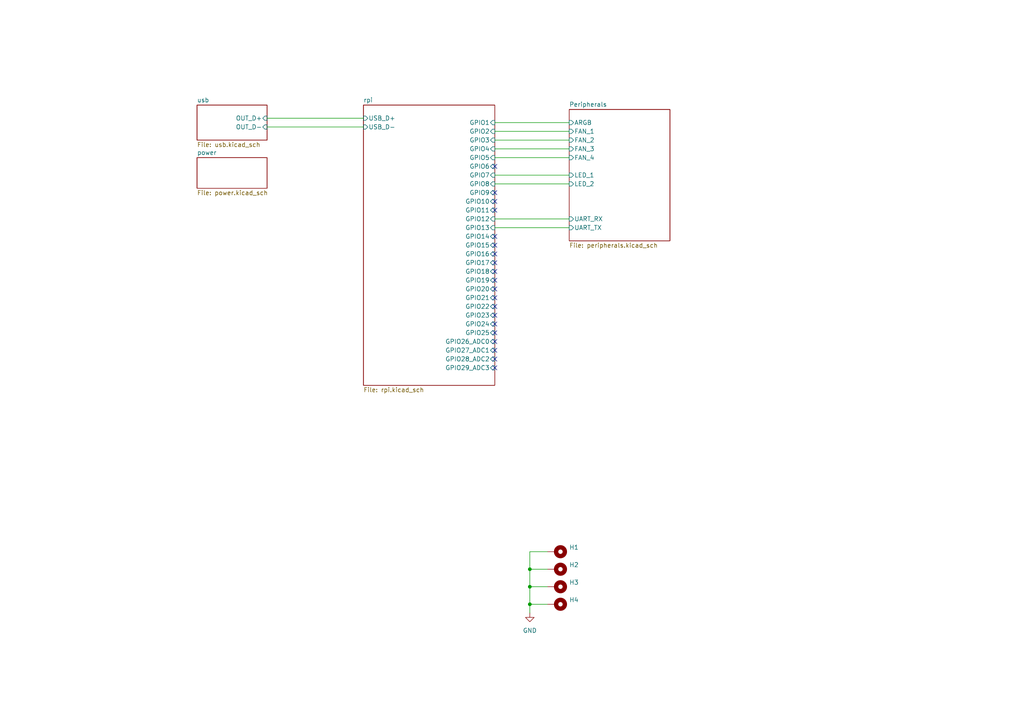
<source format=kicad_sch>
(kicad_sch (version 20250114) (generator "eeschema") (generator_version "9.0")
  (paper "A4")
  (title_block (title "Kontakt") (date "2026-01-19") (rev "2.0") (company "playlogo") (comment 4 "Root"))
  (lib_symbols
    (symbol "Mechanical:MountingHole_Pad" (pin_numbers (hide yes)) (pin_names (offset 1.016) (hide yes)) (in_bom no)
      (property "Reference" "H" (at 0 6.35 0))
      (property "Value" "MountingHole_Pad" (at 0 4.445 0))
      (symbol "MountingHole_Pad_0_1"
        (circle (center 0 1.27) (radius 1.27) (stroke (width 1.27)))
      )
      (symbol "MountingHole_Pad_1_1"
        (pin input line (at 0 -2.54 90) (length 2.54) (name "1") (number "1"))
      )
    )
    (symbol "power:GND" (power) (pin_numbers (hide yes)) (pin_names (offset 0) (hide yes))
      (property "Value" "GND" (at 0 -3.81 0))
      (symbol "GND_0_1"
        (polyline (pts (xy 0 0) (xy 0 -1.27) (xy 1.27 -1.27) (xy 0 -2.54) (xy -1.27 -1.27) (xy 0 -1.27)))
      )
      (symbol "GND_1_1"
        (pin power_in line (at 0 0 270) (length 0) (name "~") (number "1"))
      )
    )
  )
  (junction (at 153.67 165.1))
  (junction (at 153.67 175.26))
  (junction (at 153.67 170.18))
  (no_connect (at 143.51 101.6))
  (no_connect (at 143.51 48.26))
  (no_connect (at 143.51 55.88))
  (no_connect (at 143.51 76.2))
  (no_connect (at 143.51 60.96))
  (no_connect (at 143.51 81.28))
  (no_connect (at 143.51 86.36))
  (no_connect (at 143.51 78.74))
  (no_connect (at 143.51 99.06))
  (no_connect (at 143.51 93.98))
  (no_connect (at 143.51 106.68))
  (no_connect (at 143.51 58.42))
  (no_connect (at 143.51 104.14))
  (no_connect (at 143.51 68.58))
  (no_connect (at 143.51 71.12))
  (no_connect (at 143.51 91.44))
  (no_connect (at 143.51 88.9))
  (no_connect (at 143.51 73.66))
  (no_connect (at 143.51 96.52))
  (no_connect (at 143.51 83.82))
  (wire (pts (xy 143.51 63.5) (xy 165.1 63.5)))
  (wire (pts (xy 143.51 35.56) (xy 165.1 35.56)))
  (wire (pts (xy 143.51 53.34) (xy 165.1 53.34)))
  (wire (pts (xy 143.51 38.1) (xy 165.1 38.1)))
  (wire (pts (xy 143.51 40.64) (xy 165.1 40.64)))
  (wire (pts (xy 158.75 160.02) (xy 153.67 160.02)))
  (wire (pts (xy 77.47 34.29) (xy 105.41 34.29)))
  (wire (pts (xy 153.67 165.1) (xy 153.67 170.18)))
  (wire (pts (xy 153.67 170.18) (xy 153.67 175.26)))
  (wire (pts (xy 143.51 45.72) (xy 165.1 45.72)))
  (wire (pts (xy 143.51 50.8) (xy 165.1 50.8)))
  (wire (pts (xy 153.67 170.18) (xy 158.75 170.18)))
  (wire (pts (xy 153.67 160.02) (xy 153.67 165.1)))
  (wire (pts (xy 153.67 165.1) (xy 158.75 165.1)))
  (wire (pts (xy 143.51 66.04) (xy 165.1 66.04)))
  (wire (pts (xy 143.51 43.18) (xy 165.1 43.18)))
  (wire (pts (xy 153.67 175.26) (xy 158.75 175.26)))
  (wire (pts (xy 153.67 175.26) (xy 153.67 177.8)))
  (wire (pts (xy 77.47 36.83) (xy 105.41 36.83)))
  (symbol (lib_id "Mechanical:MountingHole_Pad") (at 161.29 170.18 270) (unit 1) (in_bom no)
    (property "Reference" "H3" (at 165.1 168.9099 90) (effects (justify left)))
    (property "Value" "MountingHole_Pad" (effects (hide yes)))
    (property "Footprint" "MountingHole:MountingHole_3.2mm_M3_DIN965_Pad" (effects (hide yes)))
    (property "Description" "Mounting Hole with connection" (effects (hide yes)))
  )
  (symbol (lib_id "Mechanical:MountingHole_Pad") (at 161.29 160.02 270) (unit 1) (in_bom no)
    (property "Reference" "H1" (at 165.1 158.7499 90) (effects (justify left)))
    (property "Value" "MountingHole_Pad" (effects (hide yes)))
    (property "Footprint" "MountingHole:MountingHole_3.2mm_M3_DIN965_Pad" (effects (hide yes)))
    (property "Description" "Mounting Hole with connection" (effects (hide yes)))
  )
  (symbol (lib_id "Mechanical:MountingHole_Pad") (at 161.29 165.1 270) (unit 1) (in_bom no)
    (property "Reference" "H2" (at 165.1 163.8299 90) (effects (justify left)))
    (property "Value" "MountingHole_Pad" (effects (hide yes)))
    (property "Footprint" "MountingHole:MountingHole_3.2mm_M3_DIN965_Pad" (effects (hide yes)))
    (property "Description" "Mounting Hole with connection" (effects (hide yes)))
  )
  (symbol (lib_id "power:GND") (at 153.67 177.8 0) (unit 1)
    (property "Reference" "#PWR075" (effects (hide yes)))
    (property "Value" "GND" (at 153.67 182.88 0))
    (property "Description" "Power symbol creates a global label with name \"GND\" , ground" (effects (hide yes)))
  )
  (symbol (lib_id "Mechanical:MountingHole_Pad") (at 161.29 175.26 270) (unit 1) (in_bom no)
    (property "Reference" "H4" (at 165.1 173.9899 90) (effects (justify left)))
    (property "Value" "MountingHole_Pad" (effects (hide yes)))
    (property "Footprint" "MountingHole:MountingHole_3.2mm_M3_DIN965_Pad" (effects (hide yes)))
    (property "Description" "Mounting Hole with connection" (effects (hide yes)))
  )
  (sheet (at 57.15 30.48) (size 20.32 10.16) (stroke (width 0.1524))
    (property "Sheetname" "usb" (at 57.15 29.7684 0) (effects (justify left bottom)))
    (property "Sheetfile" "usb.kicad_sch" (at 57.15 41.2246 0) (effects (justify left top)))
    (pin "OUT_D+" input (at 77.47 34.29 0))
    (pin "OUT_D-" input (at 77.47 36.83 0))
  )
  (sheet (at 165.1 31.75) (size 29.21 38.1) (stroke (width 0.1524))
    (property "Sheetname" "Peripherals" (at 165.1 31.0384 0) (effects (justify left bottom)))
    (property "Sheetfile" "peripherals.kicad_sch" (at 165.1 70.4346 0) (effects (justify left top)))
    (pin "ARGB" input (at 165.1 35.56 180))
    (pin "FAN_1" input (at 165.1 38.1 180))
    (pin "FAN_2" input (at 165.1 40.64 180))
    (pin "FAN_3" input (at 165.1 43.18 180))
    (pin "FAN_4" input (at 165.1 45.72 180))
    (pin "LED_1" input (at 165.1 50.8 180))
    (pin "LED_2" input (at 165.1 53.34 180))
    (pin "UART_RX" input (at 165.1 63.5 180))
    (pin "UART_TX" input (at 165.1 66.04 180))
  )
  (sheet (at 105.41 30.48) (size 38.1 81.28) (stroke (width 0.1524))
    (property "Sheetname" "rpi" (at 105.41 29.7684 0) (effects (justify left bottom)))
    (property "Sheetfile" "rpi.kicad_sch" (at 105.41 112.3446 0) (effects (justify left top)))
    (pin "GPIO1" input (at 143.51 35.56 0))
    (pin "GPIO2" input (at 143.51 38.1 0))
    (pin "GPIO3" input (at 143.51 40.64 0))
    (pin "GPIO4" input (at 143.51 43.18 0))
    (pin "GPIO5" input (at 143.51 45.72 0))
    (pin "GPIO6" input (at 143.51 48.26 0))
    (pin "GPIO7" input (at 143.51 50.8 0))
    (pin "GPIO8" input (at 143.51 53.34 0))
    (pin "GPIO9" input (at 143.51 55.88 0))
    (pin "GPIO10" input (at 143.51 58.42 0))
    (pin "GPIO11" input (at 143.51 60.96 0))
    (pin "GPIO12" input (at 143.51 63.5 0))
    (pin "GPIO13" input (at 143.51 66.04 0))
    (pin "GPIO14" input (at 143.51 68.58 0))
    (pin "GPIO15" input (at 143.51 71.12 0))
    (pin "GPIO16" input (at 143.51 73.66 0))
    (pin "GPIO17" input (at 143.51 76.2 0))
    (pin "GPIO18" input (at 143.51 78.74 0))
    (pin "GPIO19" input (at 143.51 81.28 0))
    (pin "GPIO20" input (at 143.51 83.82 0))
    (pin "GPIO21" input (at 143.51 86.36 0))
    (pin "GPIO22" input (at 143.51 88.9 0))
    (pin "GPIO23" input (at 143.51 91.44 0))
    (pin "GPIO24" input (at 143.51 93.98 0))
    (pin "GPIO25" input (at 143.51 96.52 0))
    (pin "GPIO26_ADC0" input (at 143.51 99.06 0))
    (pin "GPIO27_ADC1" input (at 143.51 101.6 0))
    (pin "GPIO28_ADC2" input (at 143.51 104.14 0))
    (pin "GPIO29_ADC3" input (at 143.51 106.68 0))
    (pin "USB_D+" input (at 105.41 34.29 180))
    (pin "USB_D-" input (at 105.41 36.83 180))
  )
  (sheet (at 57.15 45.72) (size 20.32 8.89) (stroke (width 0.1524))
    (property "Sheetname" "power" (at 57.15 45.0084 0) (effects (justify left bottom)))
    (property "Sheetfile" "power.kicad_sch" (at 57.15 55.1946 0) (effects (justify left top)))
  )
)
</source>
